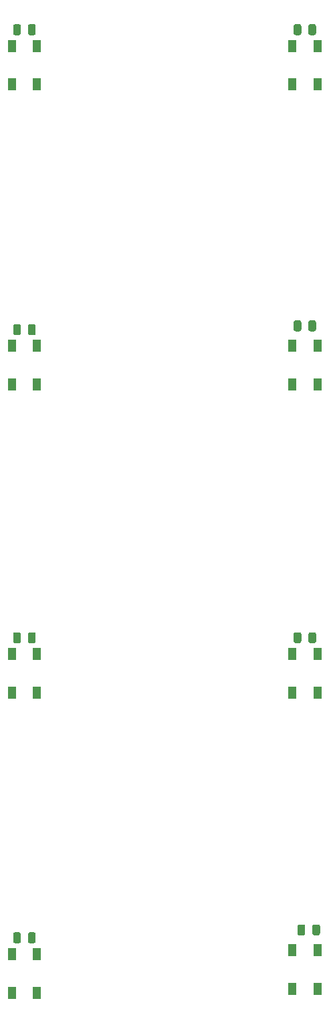
<source format=gbr>
%TF.GenerationSoftware,KiCad,Pcbnew,(5.1.6)-1*%
%TF.CreationDate,2020-10-09T22:46:55+01:00*%
%TF.ProjectId,LED Panel,4c454420-5061-46e6-956c-2e6b69636164,rev?*%
%TF.SameCoordinates,Original*%
%TF.FileFunction,Paste,Top*%
%TF.FilePolarity,Positive*%
%FSLAX46Y46*%
G04 Gerber Fmt 4.6, Leading zero omitted, Abs format (unit mm)*
G04 Created by KiCad (PCBNEW (5.1.6)-1) date 2020-10-09 22:46:55*
%MOMM*%
%LPD*%
G01*
G04 APERTURE LIST*
%ADD10R,1.000000X1.500000*%
G04 APERTURE END LIST*
%TO.C,C1*%
G36*
G01*
X112050000Y-37543750D02*
X112050000Y-38456250D01*
G75*
G02*
X111806250Y-38700000I-243750J0D01*
G01*
X111318750Y-38700000D01*
G75*
G02*
X111075000Y-38456250I0J243750D01*
G01*
X111075000Y-37543750D01*
G75*
G02*
X111318750Y-37300000I243750J0D01*
G01*
X111806250Y-37300000D01*
G75*
G02*
X112050000Y-37543750I0J-243750D01*
G01*
G37*
G36*
G01*
X113925000Y-37543750D02*
X113925000Y-38456250D01*
G75*
G02*
X113681250Y-38700000I-243750J0D01*
G01*
X113193750Y-38700000D01*
G75*
G02*
X112950000Y-38456250I0J243750D01*
G01*
X112950000Y-37543750D01*
G75*
G02*
X113193750Y-37300000I243750J0D01*
G01*
X113681250Y-37300000D01*
G75*
G02*
X113925000Y-37543750I0J-243750D01*
G01*
G37*
%TD*%
%TO.C,C2*%
G36*
G01*
X113925000Y-75543750D02*
X113925000Y-76456250D01*
G75*
G02*
X113681250Y-76700000I-243750J0D01*
G01*
X113193750Y-76700000D01*
G75*
G02*
X112950000Y-76456250I0J243750D01*
G01*
X112950000Y-75543750D01*
G75*
G02*
X113193750Y-75300000I243750J0D01*
G01*
X113681250Y-75300000D01*
G75*
G02*
X113925000Y-75543750I0J-243750D01*
G01*
G37*
G36*
G01*
X112050000Y-75543750D02*
X112050000Y-76456250D01*
G75*
G02*
X111806250Y-76700000I-243750J0D01*
G01*
X111318750Y-76700000D01*
G75*
G02*
X111075000Y-76456250I0J243750D01*
G01*
X111075000Y-75543750D01*
G75*
G02*
X111318750Y-75300000I243750J0D01*
G01*
X111806250Y-75300000D01*
G75*
G02*
X112050000Y-75543750I0J-243750D01*
G01*
G37*
%TD*%
%TO.C,C3*%
G36*
G01*
X112050000Y-114543750D02*
X112050000Y-115456250D01*
G75*
G02*
X111806250Y-115700000I-243750J0D01*
G01*
X111318750Y-115700000D01*
G75*
G02*
X111075000Y-115456250I0J243750D01*
G01*
X111075000Y-114543750D01*
G75*
G02*
X111318750Y-114300000I243750J0D01*
G01*
X111806250Y-114300000D01*
G75*
G02*
X112050000Y-114543750I0J-243750D01*
G01*
G37*
G36*
G01*
X113925000Y-114543750D02*
X113925000Y-115456250D01*
G75*
G02*
X113681250Y-115700000I-243750J0D01*
G01*
X113193750Y-115700000D01*
G75*
G02*
X112950000Y-115456250I0J243750D01*
G01*
X112950000Y-114543750D01*
G75*
G02*
X113193750Y-114300000I243750J0D01*
G01*
X113681250Y-114300000D01*
G75*
G02*
X113925000Y-114543750I0J-243750D01*
G01*
G37*
%TD*%
%TO.C,C4*%
G36*
G01*
X113925000Y-152543750D02*
X113925000Y-153456250D01*
G75*
G02*
X113681250Y-153700000I-243750J0D01*
G01*
X113193750Y-153700000D01*
G75*
G02*
X112950000Y-153456250I0J243750D01*
G01*
X112950000Y-152543750D01*
G75*
G02*
X113193750Y-152300000I243750J0D01*
G01*
X113681250Y-152300000D01*
G75*
G02*
X113925000Y-152543750I0J-243750D01*
G01*
G37*
G36*
G01*
X112050000Y-152543750D02*
X112050000Y-153456250D01*
G75*
G02*
X111806250Y-153700000I-243750J0D01*
G01*
X111318750Y-153700000D01*
G75*
G02*
X111075000Y-153456250I0J243750D01*
G01*
X111075000Y-152543750D01*
G75*
G02*
X111318750Y-152300000I243750J0D01*
G01*
X111806250Y-152300000D01*
G75*
G02*
X112050000Y-152543750I0J-243750D01*
G01*
G37*
%TD*%
%TO.C,C5*%
G36*
G01*
X148950000Y-152456250D02*
X148950000Y-151543750D01*
G75*
G02*
X149193750Y-151300000I243750J0D01*
G01*
X149681250Y-151300000D01*
G75*
G02*
X149925000Y-151543750I0J-243750D01*
G01*
X149925000Y-152456250D01*
G75*
G02*
X149681250Y-152700000I-243750J0D01*
G01*
X149193750Y-152700000D01*
G75*
G02*
X148950000Y-152456250I0J243750D01*
G01*
G37*
G36*
G01*
X147075000Y-152456250D02*
X147075000Y-151543750D01*
G75*
G02*
X147318750Y-151300000I243750J0D01*
G01*
X147806250Y-151300000D01*
G75*
G02*
X148050000Y-151543750I0J-243750D01*
G01*
X148050000Y-152456250D01*
G75*
G02*
X147806250Y-152700000I-243750J0D01*
G01*
X147318750Y-152700000D01*
G75*
G02*
X147075000Y-152456250I0J243750D01*
G01*
G37*
%TD*%
%TO.C,C6*%
G36*
G01*
X146575000Y-115456250D02*
X146575000Y-114543750D01*
G75*
G02*
X146818750Y-114300000I243750J0D01*
G01*
X147306250Y-114300000D01*
G75*
G02*
X147550000Y-114543750I0J-243750D01*
G01*
X147550000Y-115456250D01*
G75*
G02*
X147306250Y-115700000I-243750J0D01*
G01*
X146818750Y-115700000D01*
G75*
G02*
X146575000Y-115456250I0J243750D01*
G01*
G37*
G36*
G01*
X148450000Y-115456250D02*
X148450000Y-114543750D01*
G75*
G02*
X148693750Y-114300000I243750J0D01*
G01*
X149181250Y-114300000D01*
G75*
G02*
X149425000Y-114543750I0J-243750D01*
G01*
X149425000Y-115456250D01*
G75*
G02*
X149181250Y-115700000I-243750J0D01*
G01*
X148693750Y-115700000D01*
G75*
G02*
X148450000Y-115456250I0J243750D01*
G01*
G37*
%TD*%
%TO.C,C7*%
G36*
G01*
X148450000Y-75956250D02*
X148450000Y-75043750D01*
G75*
G02*
X148693750Y-74800000I243750J0D01*
G01*
X149181250Y-74800000D01*
G75*
G02*
X149425000Y-75043750I0J-243750D01*
G01*
X149425000Y-75956250D01*
G75*
G02*
X149181250Y-76200000I-243750J0D01*
G01*
X148693750Y-76200000D01*
G75*
G02*
X148450000Y-75956250I0J243750D01*
G01*
G37*
G36*
G01*
X146575000Y-75956250D02*
X146575000Y-75043750D01*
G75*
G02*
X146818750Y-74800000I243750J0D01*
G01*
X147306250Y-74800000D01*
G75*
G02*
X147550000Y-75043750I0J-243750D01*
G01*
X147550000Y-75956250D01*
G75*
G02*
X147306250Y-76200000I-243750J0D01*
G01*
X146818750Y-76200000D01*
G75*
G02*
X146575000Y-75956250I0J243750D01*
G01*
G37*
%TD*%
%TO.C,C8*%
G36*
G01*
X146575000Y-38456250D02*
X146575000Y-37543750D01*
G75*
G02*
X146818750Y-37300000I243750J0D01*
G01*
X147306250Y-37300000D01*
G75*
G02*
X147550000Y-37543750I0J-243750D01*
G01*
X147550000Y-38456250D01*
G75*
G02*
X147306250Y-38700000I-243750J0D01*
G01*
X146818750Y-38700000D01*
G75*
G02*
X146575000Y-38456250I0J243750D01*
G01*
G37*
G36*
G01*
X148450000Y-38456250D02*
X148450000Y-37543750D01*
G75*
G02*
X148693750Y-37300000I243750J0D01*
G01*
X149181250Y-37300000D01*
G75*
G02*
X149425000Y-37543750I0J-243750D01*
G01*
X149425000Y-38456250D01*
G75*
G02*
X149181250Y-38700000I-243750J0D01*
G01*
X148693750Y-38700000D01*
G75*
G02*
X148450000Y-38456250I0J243750D01*
G01*
G37*
%TD*%
D10*
%TO.C,D1*%
X114100000Y-40050000D03*
X110900000Y-40050000D03*
X114100000Y-44950000D03*
X110900000Y-44950000D03*
%TD*%
%TO.C,D2*%
X110900000Y-82950000D03*
X114100000Y-82950000D03*
X110900000Y-78050000D03*
X114100000Y-78050000D03*
%TD*%
%TO.C,D3*%
X114100000Y-117050000D03*
X110900000Y-117050000D03*
X114100000Y-121950000D03*
X110900000Y-121950000D03*
%TD*%
%TO.C,D4*%
X110900000Y-159950000D03*
X114100000Y-159950000D03*
X110900000Y-155050000D03*
X114100000Y-155050000D03*
%TD*%
%TO.C,D5*%
X146400000Y-159450000D03*
X149600000Y-159450000D03*
X146400000Y-154550000D03*
X149600000Y-154550000D03*
%TD*%
%TO.C,D6*%
X149600000Y-117050000D03*
X146400000Y-117050000D03*
X149600000Y-121950000D03*
X146400000Y-121950000D03*
%TD*%
%TO.C,D7*%
X146400000Y-82950000D03*
X149600000Y-82950000D03*
X146400000Y-78050000D03*
X149600000Y-78050000D03*
%TD*%
%TO.C,D8*%
X149600000Y-40050000D03*
X146400000Y-40050000D03*
X149600000Y-44950000D03*
X146400000Y-44950000D03*
%TD*%
M02*

</source>
